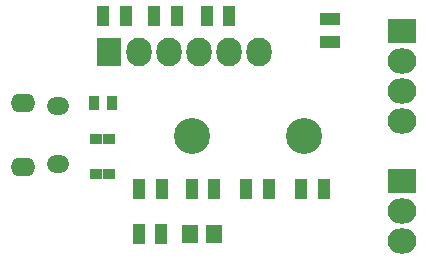
<source format=gbs>
G04 #@! TF.FileFunction,Soldermask,Bot*
%FSLAX46Y46*%
G04 Gerber Fmt 4.6, Leading zero omitted, Abs format (unit mm)*
G04 Created by KiCad (PCBNEW 4.0.1-stable) date 3/22/2016 7:23:55 PM*
%MOMM*%
G01*
G04 APERTURE LIST*
%ADD10C,0.100000*%
%ADD11R,2.127200X2.432000*%
%ADD12O,2.127200X2.432000*%
%ADD13R,2.432000X2.127200*%
%ADD14O,2.432000X2.127200*%
%ADD15R,0.900000X1.300000*%
%ADD16R,1.400000X1.650000*%
%ADD17R,1.100000X1.700000*%
%ADD18R,1.000000X0.900000*%
%ADD19O,1.900000X1.500000*%
%ADD20O,2.100000X1.600000*%
%ADD21R,1.700000X1.100000*%
%ADD22C,3.050000*%
G04 APERTURE END LIST*
D10*
D11*
X165735000Y-84328000D03*
D12*
X168275000Y-84328000D03*
X170815000Y-84328000D03*
X173355000Y-84328000D03*
X175895000Y-84328000D03*
X178435000Y-84328000D03*
D13*
X190500000Y-82550000D03*
D14*
X190500000Y-85090000D03*
X190500000Y-87630000D03*
X190500000Y-90170000D03*
D13*
X190500000Y-95250000D03*
D14*
X190500000Y-97790000D03*
X190500000Y-100330000D03*
D15*
X164465000Y-88646000D03*
X165965000Y-88646000D03*
D16*
X172625000Y-99695000D03*
X174625000Y-99695000D03*
D17*
X172725000Y-95885000D03*
X174625000Y-95885000D03*
X179258000Y-95885000D03*
X177358000Y-95885000D03*
X170180000Y-95885000D03*
X168280000Y-95885000D03*
X170175000Y-99695000D03*
X168275000Y-99695000D03*
X181996000Y-95885000D03*
X183896000Y-95885000D03*
X175895000Y-81280000D03*
X173995000Y-81280000D03*
X169550000Y-81280000D03*
X171450000Y-81280000D03*
X167132000Y-81280000D03*
X165232000Y-81280000D03*
D18*
X165735000Y-91694000D03*
X164635000Y-91694000D03*
X165735000Y-94615000D03*
X164635000Y-94615000D03*
D19*
X161415000Y-88903000D03*
X161415000Y-93753000D03*
D20*
X158415000Y-88603000D03*
X158415000Y-94053000D03*
D21*
X184404000Y-81534000D03*
X184404000Y-83434000D03*
D22*
X182245000Y-91440000D03*
X172720000Y-91440000D03*
M02*

</source>
